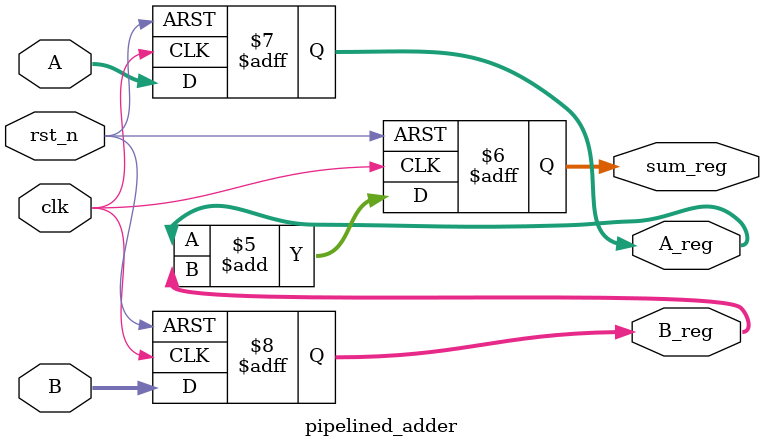
<source format=v>
module pipelined_adder (
    input clk,
    input rst_n,
    input [7:0] A,
    input [7:0] B,
    output reg [7:0] sum_reg,
    output reg [7:0] A_reg,
    output reg [7:0] B_reg
);

always @(posedge clk or negedge rst_n) begin
    if (!rst_n) begin
        A_reg <= 8'b0;
        B_reg <= 8'b0;
    end else begin
        A_reg <= A;
        B_reg <= B;
    end
end

always @(posedge clk or negedge rst_n) begin
    if (!rst_n)
        sum_reg <= 8'b0;
    else
        sum_reg <= A_reg + B_reg;
end

endmodule

</source>
